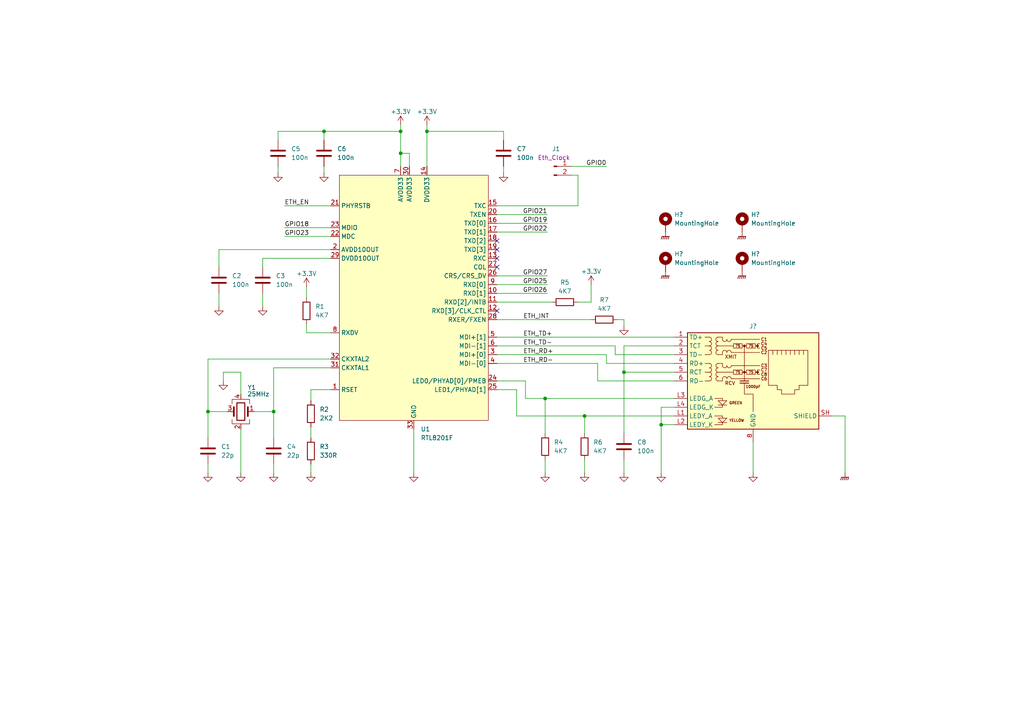
<source format=kicad_sch>
(kicad_sch (version 20211123) (generator eeschema)
  (paper "A4")
  (lib_symbols
    (symbol "Connector:Conn_01x02_Male" (pin_names (offset 1.016) hide)
      (property "Reference" "J" (at 0 2.54 0))
      (property "Value" "Conn_01x02_Male" (at 0 -5.08 0))
      (symbol "Conn_01x02_Male_1_1"
        (polyline (pts (xy 1.27 -2.54) (xy 0.8636 -2.54)) (stroke (width 0.1524)))
        (polyline (pts (xy 1.27 0) (xy 0.8636 0)) (stroke (width 0.1524)))
        (rectangle (start 0.8636 -2.413) (end 0 -2.667) (stroke (width 0.1524)) (fill (type outline)))
        (rectangle (start 0.8636 0.127) (end 0 -0.127) (stroke (width 0.1524)) (fill (type outline)))
        (pin passive line (at 5.08 0 180) (length 3.81) (name "Pin_1") (number "1"))
        (pin passive line (at 5.08 -2.54 180) (length 3.81) (name "Pin_2") (number "2"))
      )
    )
    (symbol "Connector:RJ45_Bel_SI-60062-F"
      (property "Reference" "J" (at 19.05 15.24 0))
      (property "Value" "RJ45_Bel_SI-60062-F" (at -19.05 15.24 0))
      (symbol "RJ45_Bel_SI-60062-F_0_0"
        (circle (center -2.54 2.54) (radius 0.254) (stroke (width 0.254)) (fill (type outline)))
        (circle (center -2.54 10.16) (radius 0.254) (stroke (width 0.254)) (fill (type outline)))
        (polyline (pts (xy -7.62 -12.065) (xy -10.16 -12.065)))
        (polyline (pts (xy -7.62 -6.985) (xy -10.16 -6.985)))
        (polyline (pts (xy -2.54 10.16) (xy -2.54 0)))
        (polyline (pts (xy -1.27 -0.635) (xy -3.81 -0.635)) (stroke (width 0.254)))
        (polyline (pts (xy -1.27 0) (xy -3.81 0)) (stroke (width 0.254)))
        (polyline (pts (xy 1.27 2.54) (xy 0.635 2.54)))
        (polyline (pts (xy 1.27 10.16) (xy 0.635 10.16)))
        (polyline (pts (xy -11.176 -12.7) (xy -8.89 -12.7) (xy -8.89 -12.065)))
        (polyline (pts (xy -11.176 -10.16) (xy -8.89 -10.16) (xy -8.89 -10.795)))
        (polyline (pts (xy -11.176 -5.08) (xy -8.89 -5.08) (xy -8.89 -5.715)))
        (polyline (pts (xy -8.89 -6.985) (xy -8.89 -7.62) (xy -11.176 -7.62)))
        (polyline (pts (xy -10.16 -5.715) (xy -7.62 -5.715) (xy -8.89 -6.985) (xy -10.16 -5.715)))
        (polyline (pts (xy -7.62 -10.795) (xy -10.16 -10.795) (xy -8.89 -12.065) (xy -7.62 -10.795)))
        (polyline (pts (xy -2.54 -0.635) (xy -2.54 -3.81) (xy 0 -3.81) (xy 0 -8.89)))
        (polyline (pts (xy 1.905 3.175) (xy 1.27 3.175) (xy 1.27 1.905) (xy 1.905 1.905)))
        (polyline (pts (xy 1.905 10.795) (xy 1.27 10.795) (xy 1.27 9.525) (xy 1.905 9.525)))
        (circle (center 1.27 2.54) (radius 0.254) (stroke (width 0.254)) (fill (type outline)))
        (circle (center 1.27 10.16) (radius 0.254) (stroke (width 0.254)) (fill (type outline)))
        (text "1000pF" (at 0 -1.651 0) (effects (font (size 0.762 0.762))))
        (text "75" (at -4.445 2.54 0) (effects (font (size 0.762 0.762))))
        (text "75" (at -4.445 10.16 0) (effects (font (size 0.762 0.762))))
        (text "75" (at -0.635 2.54 0) (effects (font (size 0.762 0.762))))
        (text "75" (at -0.635 10.16 0) (effects (font (size 0.762 0.762))))
        (text "C1" (at 3.175 12.065 0) (effects (font (size 0.889 0.889))))
        (text "C2" (at 3.175 8.255 0) (effects (font (size 0.889 0.889))))
        (text "C3" (at 3.175 4.445 0) (effects (font (size 0.889 0.889))))
        (text "C4" (at 3.175 10.795 0) (effects (font (size 0.889 0.889))))
        (text "C5" (at 3.175 9.525 0) (effects (font (size 0.889 0.889))))
        (text "C6" (at 3.175 0.635 0) (effects (font (size 0.889 0.889))))
        (text "C7" (at 3.175 3.175 0) (effects (font (size 0.889 0.889))))
        (text "C8" (at 3.175 1.905 0) (effects (font (size 0.889 0.889))))
        (text "GREEN" (at -6.985 -6.35 0) (effects (font (size 0.762 0.762)) (justify left)))
        (text "RCV" (at -8.255 -0.635 0) (effects (font (size 1.016 1.016)) (justify left)))
        (text "XMIT" (at -8.255 6.985 0) (effects (font (size 1.016 1.016)) (justify left)))
        (text "YELLOW" (at -6.985 -11.43 0) (effects (font (size 0.762 0.762)) (justify left)))
      )
      (symbol "RJ45_Bel_SI-60062-F_0_1"
        (rectangle (start -19.05 -13.97) (end 19.05 13.97) (stroke (width 0.254)) (fill (type background)))
        (arc (start -12.7 0) (mid -12.065 0.635) (end -12.7 1.27))
        (arc (start -12.7 1.27) (mid -12.065 1.905) (end -12.7 2.54))
        (arc (start -12.7 2.54) (mid -12.065 3.175) (end -12.7 3.81))
        (arc (start -12.7 3.81) (mid -12.065 4.445) (end -12.7 5.08))
        (arc (start -12.7 7.62) (mid -12.065 8.255) (end -12.7 8.89))
        (arc (start -12.7 8.89) (mid -12.065 9.525) (end -12.7 10.16))
        (arc (start -12.7 10.16) (mid -12.065 10.795) (end -12.7 11.43))
        (arc (start -12.7 11.43) (mid -12.065 12.065) (end -12.7 12.7))
        (arc (start -10.16 1.27) (mid -10.795 0.635) (end -10.16 0))
        (arc (start -10.16 2.54) (mid -10.795 1.905) (end -10.16 1.27))
        (arc (start -10.16 3.81) (mid -10.795 3.175) (end -10.16 2.54))
        (arc (start -10.16 5.08) (mid -10.795 4.445) (end -10.16 3.81))
        (arc (start -10.16 8.89) (mid -10.795 8.255) (end -10.16 7.62))
        (arc (start -10.16 10.16) (mid -10.795 9.525) (end -10.16 8.89))
        (arc (start -10.16 11.43) (mid -10.795 10.795) (end -10.16 10.16))
        (arc (start -10.16 12.7) (mid -10.795 12.065) (end -10.16 11.43))
        (arc (start -8.89 4.445) (mid -8.255 3.81) (end -7.62 4.445))
        (arc (start -8.89 12.065) (mid -8.255 11.43) (end -7.62 12.065))
        (arc (start -7.62 0.635) (mid -8.255 1.27) (end -8.89 0.635))
        (arc (start -7.62 4.445) (mid -6.985 3.81) (end -6.35 4.445))
        (arc (start -7.62 8.255) (mid -8.255 8.89) (end -8.89 8.255))
        (arc (start -7.62 12.065) (mid -6.985 11.43) (end -6.35 12.065))
        (arc (start -6.35 0.635) (mid -6.985 1.27) (end -7.62 0.635))
        (arc (start -6.35 8.255) (mid -6.985 8.89) (end -7.62 8.255))
        (rectangle (start -5.715 3.175) (end -3.175 1.905))
        (rectangle (start -5.715 10.795) (end -3.175 9.525))
        (rectangle (start -1.905 3.175) (end 0.635 1.905))
        (rectangle (start -1.905 10.795) (end 0.635 9.525))
        (polyline (pts (xy -12.7 0) (xy -13.97 0)))
        (polyline (pts (xy -12.7 2.54) (xy -13.97 2.54)))
        (polyline (pts (xy -12.7 5.08) (xy -13.97 5.08)))
        (polyline (pts (xy -12.7 7.62) (xy -13.97 7.62)))
        (polyline (pts (xy -12.7 10.16) (xy -13.97 10.16)))
        (polyline (pts (xy -12.7 12.7) (xy -13.97 12.7)))
        (polyline (pts (xy -6.35 0.635) (xy 1.905 0.635)))
        (polyline (pts (xy -6.35 4.445) (xy 1.905 4.445)))
        (polyline (pts (xy -6.35 8.255) (xy 1.905 8.255)))
        (polyline (pts (xy -6.35 12.065) (xy 1.905 12.065)))
        (polyline (pts (xy -5.715 2.54) (xy -10.16 2.54)))
        (polyline (pts (xy -5.715 10.16) (xy -10.16 10.16)))
        (polyline (pts (xy -3.175 2.54) (xy -1.905 2.54)))
        (polyline (pts (xy -3.175 10.16) (xy -1.905 10.16)))
        (polyline (pts (xy 5.715 7.62) (xy 5.715 8.89)))
        (polyline (pts (xy 6.985 8.89) (xy 6.985 7.62)))
        (polyline (pts (xy 8.255 8.89) (xy 8.255 7.62)))
        (polyline (pts (xy 9.525 8.89) (xy 9.525 7.62)))
        (polyline (pts (xy 10.795 8.89) (xy 10.795 7.62)))
        (polyline (pts (xy 12.065 8.89) (xy 12.065 7.62)))
        (polyline (pts (xy 13.335 7.62) (xy 13.335 8.89)))
        (polyline (pts (xy 14.605 7.62) (xy 14.605 8.89)))
        (polyline (pts (xy -10.16 5.08) (xy -8.89 5.08) (xy -8.89 4.445)))
        (polyline (pts (xy -10.16 12.7) (xy -8.89 12.7) (xy -8.89 12.065)))
        (polyline (pts (xy -8.89 0.635) (xy -8.89 0) (xy -10.16 0)))
        (polyline (pts (xy -8.89 8.255) (xy -8.89 7.62) (xy -10.16 7.62)))
        (polyline (pts (xy 4.445 8.89) (xy 15.875 8.89) (xy 15.875 -1.27) (xy 13.335 -1.27) (xy 13.335 -2.54) (xy 12.065 -2.54) (xy 12.065 -3.81) (xy 8.255 -3.81) (xy 8.255 -2.54) (xy 6.985 -2.54) (xy 6.985 -1.27) (xy 4.445 -1.27) (xy 4.445 8.89)))
      )
      (symbol "RJ45_Bel_SI-60062-F_1_1"
        (pin passive line (at -22.86 12.7 0) (length 3.81) (name "TD+") (number "1"))
        (pin passive line (at -22.86 10.16 0) (length 3.81) (name "TCT") (number "2"))
        (pin passive line (at -22.86 7.62 0) (length 3.81) (name "TD-") (number "3"))
        (pin passive line (at -22.86 5.08 0) (length 3.81) (name "RD+") (number "4"))
        (pin passive line (at -22.86 2.54 0) (length 3.81) (name "RCT") (number "5"))
        (pin passive line (at -22.86 0 0) (length 3.81) (name "RD-") (number "6"))
        (pin no_connect line (at 5.08 -5.08 0) (length 0) hide (name "NC") (number "7"))
        (pin power_in line (at 0 -17.78 90) (length 3.81) (name "GND") (number "8"))
        (pin passive line (at -22.86 -10.16 0) (length 3.81) (name "LEDY_A") (number "L1"))
        (pin passive line (at -22.86 -12.7 0) (length 3.81) (name "LEDY_K") (number "L2"))
        (pin passive line (at -22.86 -5.08 0) (length 3.81) (name "LEDG_A") (number "L3"))
        (pin passive line (at -22.86 -7.62 0) (length 3.81) (name "LEDG_K") (number "L4"))
        (pin passive line (at 22.86 -10.16 180) (length 3.81) (name "SHIELD") (number "SH"))
      )
    )
    (symbol "Device:C" (pin_numbers hide) (pin_names (offset 0.254))
      (property "Reference" "C" (at 0.635 2.54 0))
      (property "Value" "C" (at 0.635 -2.54 0))
      (symbol "C_0_1"
        (polyline (pts (xy -2.032 -0.762) (xy 2.032 -0.762)) (stroke (width 0.508)))
        (polyline (pts (xy -2.032 0.762) (xy 2.032 0.762)) (stroke (width 0.508)))
      )
      (symbol "C_1_1"
        (pin passive line (at 0 3.81 270) (length 2.794) (name "~") (number "1"))
        (pin passive line (at 0 -3.81 90) (length 2.794) (name "~") (number "2"))
      )
    )
    (symbol "Device:Crystal_GND24" (pin_names (offset 1.016) hide)
      (property "Reference" "Y" (at 3.175 5.08 0))
      (property "Value" "Crystal_GND24" (at 3.175 3.175 0))
      (symbol "Crystal_GND24_0_1"
        (rectangle (start -1.143 2.54) (end 1.143 -2.54) (stroke (width 0.3048)))
        (polyline (pts (xy -2.54 0) (xy -2.032 0)))
        (polyline (pts (xy -2.032 -1.27) (xy -2.032 1.27)) (stroke (width 0.508)))
        (polyline (pts (xy 0 -3.81) (xy 0 -3.556)))
        (polyline (pts (xy 0 3.556) (xy 0 3.81)))
        (polyline (pts (xy 2.032 -1.27) (xy 2.032 1.27)) (stroke (width 0.508)))
        (polyline (pts (xy 2.032 0) (xy 2.54 0)))
        (polyline (pts (xy -2.54 -2.286) (xy -2.54 -3.556) (xy 2.54 -3.556) (xy 2.54 -2.286)))
        (polyline (pts (xy -2.54 2.286) (xy -2.54 3.556) (xy 2.54 3.556) (xy 2.54 2.286)))
      )
      (symbol "Crystal_GND24_1_1"
        (pin passive line (at -3.81 0 0) (length 1.27) (name "1") (number "1"))
        (pin passive line (at 0 5.08 270) (length 1.27) (name "2") (number "2"))
        (pin passive line (at 3.81 0 180) (length 1.27) (name "3") (number "3"))
        (pin passive line (at 0 -5.08 90) (length 1.27) (name "4") (number "4"))
      )
    )
    (symbol "Device:R" (pin_numbers hide) (pin_names (offset 0))
      (property "Reference" "R" (at 2.032 0 90))
      (property "Value" "R" (at 0 0 90))
      (symbol "R_0_1"
        (rectangle (start -1.016 -2.54) (end 1.016 2.54) (stroke (width 0.254)))
      )
      (symbol "R_1_1"
        (pin passive line (at 0 3.81 270) (length 1.27) (name "~") (number "1"))
        (pin passive line (at 0 -3.81 90) (length 1.27) (name "~") (number "2"))
      )
    )
    (symbol "JLCPCB_Parts:RTL8201F"
      (property "Reference" "U?" (at 2.0194 -38.1 0))
      (property "Value" "RTL8201F" (at 2.0194 -40.64 0))
      (symbol "RTL8201F_0_1"
        (rectangle (start -21.59 35.56) (end 21.59 -35.56) (fill (type background)))
      )
      (symbol "RTL8201F_1_1"
        (pin input line (at -24.13 -26.67 0) (length 2.54) (name "RSET") (number "1"))
        (pin bidirectional line (at 24.13 1.27 180) (length 2.54) (name "RXD[1]") (number "10"))
        (pin bidirectional line (at 24.13 -1.27 180) (length 2.54) (name "RXD[2]/INTB") (number "11"))
        (pin bidirectional line (at 24.13 -3.81 180) (length 2.54) (name "RXD[3]/CLK_CTL") (number "12"))
        (pin bidirectional line (at 24.13 11.43 180) (length 2.54) (name "RXC") (number "13"))
        (pin power_in line (at 3.81 38.1 270) (length 2.54) (name "DVDD33") (number "14"))
        (pin bidirectional line (at 24.13 26.67 180) (length 2.54) (name "TXC") (number "15"))
        (pin bidirectional line (at 24.13 21.59 180) (length 2.54) (name "TXD[0]") (number "16"))
        (pin bidirectional line (at 24.13 19.05 180) (length 2.54) (name "TXD[1]") (number "17"))
        (pin bidirectional line (at 24.13 16.51 180) (length 2.54) (name "TXD[2]") (number "18"))
        (pin bidirectional line (at 24.13 13.97 180) (length 2.54) (name "TXD[3]") (number "19"))
        (pin output line (at -24.13 13.97 0) (length 2.54) (name "AVDD10OUT") (number "2"))
        (pin bidirectional line (at 24.13 24.13 180) (length 2.54) (name "TXEN") (number "20"))
        (pin bidirectional line (at -24.13 26.67 0) (length 2.54) (name "PHYRSTB") (number "21"))
        (pin bidirectional line (at -24.13 17.78 0) (length 2.54) (name "MDC") (number "22"))
        (pin bidirectional line (at -24.13 20.32 0) (length 2.54) (name "MDIO") (number "23"))
        (pin bidirectional line (at 24.13 -24.13 180) (length 2.54) (name "LED0/PHYAD[0]/PMEB") (number "24"))
        (pin bidirectional line (at 24.13 -26.67 180) (length 2.54) (name "LED1/PHYAD[1]") (number "25"))
        (pin bidirectional line (at 24.13 6.35 180) (length 2.54) (name "CRS/CRS_DV") (number "26"))
        (pin bidirectional line (at 24.13 8.89 180) (length 2.54) (name "COL") (number "27"))
        (pin bidirectional line (at 24.13 -6.35 180) (length 2.54) (name "RXER/FXEN") (number "28"))
        (pin output line (at -24.13 11.43 0) (length 2.54) (name "DVDD10OUT") (number "29"))
        (pin input line (at 24.13 -16.51 180) (length 2.54) (name "MDI+[0]") (number "3"))
        (pin power_in line (at -1.27 38.1 270) (length 2.54) (name "AVDD33") (number "30"))
        (pin input line (at -24.13 -20.32 0) (length 2.54) (name "CKXTAL1") (number "31"))
        (pin input line (at -24.13 -17.78 0) (length 2.54) (name "CKXTAL2") (number "32"))
        (pin power_in line (at 0 -38.1 90) (length 2.54) (name "GND") (number "33"))
        (pin input line (at 24.13 -19.05 180) (length 2.54) (name "MDI-[0]") (number "4"))
        (pin input line (at 24.13 -11.43 180) (length 2.54) (name "MDI+[1]") (number "5"))
        (pin input line (at 24.13 -13.97 180) (length 2.54) (name "MDI-[1]") (number "6"))
        (pin power_in line (at -3.81 38.1 270) (length 2.54) (name "AVDD33") (number "7"))
        (pin bidirectional line (at -24.13 -10.16 0) (length 2.54) (name "RXDV") (number "8"))
        (pin bidirectional line (at 24.13 3.81 180) (length 2.54) (name "RXD[0]") (number "9"))
      )
    )
    (symbol "Mechanical:MountingHole_Pad" (pin_numbers hide) (pin_names (offset 1.016) hide)
      (property "Reference" "H" (at 0 6.35 0))
      (property "Value" "MountingHole_Pad" (at 0 4.445 0))
      (symbol "MountingHole_Pad_0_1"
        (circle (center 0 1.27) (radius 1.27) (stroke (width 1.27)))
      )
      (symbol "MountingHole_Pad_1_1"
        (pin input line (at 0 -2.54 90) (length 2.54) (name "1") (number "1"))
      )
    )
    (symbol "power:+3.3V" (power) (pin_names (offset 0))
      (property "Value" "+3.3V" (at 0 3.556 0))
      (symbol "+3.3V_0_1"
        (polyline (pts (xy -0.762 1.27) (xy 0 2.54)))
        (polyline (pts (xy 0 0) (xy 0 2.54)))
        (polyline (pts (xy 0 2.54) (xy 0.762 1.27)))
      )
      (symbol "+3.3V_1_1"
        (pin power_in line (at 0 0 90) (length 0) hide (name "+3.3V") (number "1"))
      )
    )
    (symbol "power:GND" (power) (pin_names (offset 0))
      (property "Value" "GND" (at 0 -3.81 0))
      (symbol "GND_0_1"
        (polyline (pts (xy 0 0) (xy 0 -1.27) (xy 1.27 -1.27) (xy 0 -2.54) (xy -1.27 -1.27) (xy 0 -1.27)))
      )
      (symbol "GND_1_1"
        (pin power_in line (at 0 0 270) (length 0) hide (name "GND") (number "1"))
      )
    )
    (symbol "power:GNDPWR" (power) (pin_names (offset 0))
      (property "Value" "GNDPWR" (at 0 -3.302 0))
      (symbol "GNDPWR_0_1"
        (polyline (pts (xy 0 -1.27) (xy 0 0)))
        (polyline (pts (xy -1.016 -1.27) (xy -1.27 -2.032) (xy -1.27 -2.032)) (stroke (width 0.2032)))
        (polyline (pts (xy -0.508 -1.27) (xy -0.762 -2.032) (xy -0.762 -2.032)) (stroke (width 0.2032)))
        (polyline (pts (xy 0 -1.27) (xy -0.254 -2.032) (xy -0.254 -2.032)) (stroke (width 0.2032)))
        (polyline (pts (xy 0.508 -1.27) (xy 0.254 -2.032) (xy 0.254 -2.032)) (stroke (width 0.2032)))
        (polyline (pts (xy 1.016 -1.27) (xy -1.016 -1.27) (xy -1.016 -1.27)) (stroke (width 0.2032)))
        (polyline (pts (xy 1.016 -1.27) (xy 0.762 -2.032) (xy 0.762 -2.032) (xy 0.762 -2.032)) (stroke (width 0.2032)))
      )
      (symbol "GNDPWR_1_1"
        (pin power_in line (at 0 0 270) (length 0) hide (name "GNDPWR") (number "1"))
      )
    )
  )
  (junction (at 79.375 119.38))
  (junction (at 93.98 38.1))
  (junction (at 123.825 38.1))
  (junction (at 158.115 115.57))
  (junction (at 116.205 44.45))
  (junction (at 60.325 119.38))
  (junction (at 169.545 120.65))
  (junction (at 180.975 107.95))
  (junction (at 116.205 38.1))
  (junction (at 191.77 123.19))
  (no_connect (at 144.145 69.85))
  (no_connect (at 144.145 72.39))
  (no_connect (at 144.145 74.93))
  (no_connect (at 144.145 77.47))
  (no_connect (at 144.145 90.17))
  (wire (pts (xy 144.145 92.71) (xy 171.45 92.71)))
  (wire (pts (xy 88.9 96.52) (xy 95.885 96.52)))
  (wire (pts (xy 79.375 134.62) (xy 79.375 137.16)))
  (wire (pts (xy 180.975 100.33) (xy 180.975 107.95)))
  (wire (pts (xy 180.975 100.33) (xy 195.58 100.33)))
  (wire (pts (xy 158.115 115.57) (xy 158.115 125.73)))
  (wire (pts (xy 152.4 115.57) (xy 158.115 115.57)))
  (wire (pts (xy 165.735 48.26) (xy 175.895 48.26)))
  (wire (pts (xy 144.145 97.79) (xy 195.58 97.79)))
  (wire (pts (xy 218.44 128.27) (xy 218.44 137.16)))
  (wire (pts (xy 66.04 119.38) (xy 60.325 119.38)))
  (wire (pts (xy 116.205 44.45) (xy 116.205 48.26)))
  (wire (pts (xy 82.55 59.69) (xy 95.885 59.69)))
  (wire (pts (xy 80.645 40.64) (xy 80.645 38.1)))
  (wire (pts (xy 144.145 110.49) (xy 152.4 110.49)))
  (wire (pts (xy 169.545 120.65) (xy 195.58 120.65)))
  (wire (pts (xy 178.435 102.87) (xy 195.58 102.87)))
  (wire (pts (xy 144.145 113.03) (xy 149.86 113.03)))
  (wire (pts (xy 144.145 62.23) (xy 158.75 62.23)))
  (wire (pts (xy 88.9 83.185) (xy 88.9 86.36)))
  (wire (pts (xy 149.86 113.03) (xy 149.86 120.65)))
  (wire (pts (xy 245.11 120.65) (xy 245.11 137.16)))
  (wire (pts (xy 180.975 107.95) (xy 195.58 107.95)))
  (wire (pts (xy 195.58 118.11) (xy 191.77 118.11)))
  (wire (pts (xy 60.325 104.14) (xy 60.325 119.38)))
  (wire (pts (xy 144.145 100.33) (xy 178.435 100.33)))
  (wire (pts (xy 169.545 133.35) (xy 169.545 137.16)))
  (wire (pts (xy 149.86 120.65) (xy 169.545 120.65)))
  (wire (pts (xy 144.145 87.63) (xy 160.02 87.63)))
  (wire (pts (xy 79.375 106.68) (xy 79.375 119.38)))
  (wire (pts (xy 191.77 123.19) (xy 191.77 137.16)))
  (wire (pts (xy 80.645 48.26) (xy 80.645 50.165)))
  (wire (pts (xy 76.2 85.09) (xy 76.2 88.9)))
  (wire (pts (xy 144.145 80.01) (xy 158.75 80.01)))
  (wire (pts (xy 79.375 119.38) (xy 79.375 127)))
  (wire (pts (xy 146.05 38.1) (xy 146.05 40.64)))
  (wire (pts (xy 69.85 114.3) (xy 69.85 107.95)))
  (wire (pts (xy 123.825 36.195) (xy 123.825 38.1)))
  (wire (pts (xy 95.885 104.14) (xy 60.325 104.14)))
  (wire (pts (xy 73.66 119.38) (xy 79.375 119.38)))
  (wire (pts (xy 152.4 110.49) (xy 152.4 115.57)))
  (wire (pts (xy 173.355 110.49) (xy 195.58 110.49)))
  (wire (pts (xy 69.85 107.95) (xy 64.77 107.95)))
  (wire (pts (xy 88.9 93.98) (xy 88.9 96.52)))
  (wire (pts (xy 63.5 72.39) (xy 95.885 72.39)))
  (wire (pts (xy 64.77 107.95) (xy 64.77 110.49)))
  (wire (pts (xy 93.98 38.1) (xy 116.205 38.1)))
  (wire (pts (xy 93.98 48.26) (xy 93.98 50.165)))
  (wire (pts (xy 167.64 59.69) (xy 167.64 50.8)))
  (wire (pts (xy 63.5 85.09) (xy 63.5 88.9)))
  (wire (pts (xy 144.145 64.77) (xy 158.75 64.77)))
  (wire (pts (xy 180.975 125.73) (xy 180.975 107.95)))
  (wire (pts (xy 144.145 102.87) (xy 175.895 102.87)))
  (wire (pts (xy 116.205 38.1) (xy 116.205 44.45)))
  (wire (pts (xy 167.64 87.63) (xy 171.45 87.63)))
  (wire (pts (xy 63.5 77.47) (xy 63.5 72.39)))
  (wire (pts (xy 191.77 118.11) (xy 191.77 123.19)))
  (wire (pts (xy 93.98 38.1) (xy 93.98 40.64)))
  (wire (pts (xy 116.205 44.45) (xy 118.745 44.45)))
  (wire (pts (xy 118.745 44.45) (xy 118.745 48.26)))
  (wire (pts (xy 175.895 105.41) (xy 195.58 105.41)))
  (wire (pts (xy 90.17 113.03) (xy 90.17 116.205)))
  (wire (pts (xy 178.435 100.33) (xy 178.435 102.87)))
  (wire (pts (xy 69.85 124.46) (xy 69.85 137.16)))
  (wire (pts (xy 90.17 134.62) (xy 90.17 137.16)))
  (wire (pts (xy 80.645 38.1) (xy 93.98 38.1)))
  (wire (pts (xy 180.975 94.615) (xy 180.975 92.71)))
  (wire (pts (xy 123.825 38.1) (xy 146.05 38.1)))
  (wire (pts (xy 171.45 82.55) (xy 171.45 87.63)))
  (wire (pts (xy 116.205 36.195) (xy 116.205 38.1)))
  (wire (pts (xy 95.885 74.93) (xy 76.2 74.93)))
  (wire (pts (xy 144.145 105.41) (xy 173.355 105.41)))
  (wire (pts (xy 60.325 119.38) (xy 60.325 127)))
  (wire (pts (xy 169.545 120.65) (xy 169.545 125.73)))
  (wire (pts (xy 241.3 120.65) (xy 245.11 120.65)))
  (wire (pts (xy 146.05 48.26) (xy 146.05 50.165)))
  (wire (pts (xy 180.975 133.35) (xy 180.975 137.16)))
  (wire (pts (xy 95.885 113.03) (xy 90.17 113.03)))
  (wire (pts (xy 76.2 74.93) (xy 76.2 77.47)))
  (wire (pts (xy 175.895 102.87) (xy 175.895 105.41)))
  (wire (pts (xy 158.115 133.35) (xy 158.115 137.16)))
  (wire (pts (xy 144.145 59.69) (xy 167.64 59.69)))
  (wire (pts (xy 167.64 50.8) (xy 165.735 50.8)))
  (wire (pts (xy 173.355 105.41) (xy 173.355 110.49)))
  (wire (pts (xy 180.975 92.71) (xy 179.07 92.71)))
  (wire (pts (xy 60.325 134.62) (xy 60.325 137.16)))
  (wire (pts (xy 144.145 85.09) (xy 158.75 85.09)))
  (wire (pts (xy 158.115 115.57) (xy 195.58 115.57)))
  (wire (pts (xy 144.145 82.55) (xy 158.75 82.55)))
  (wire (pts (xy 195.58 123.19) (xy 191.77 123.19)))
  (wire (pts (xy 144.145 67.31) (xy 158.75 67.31)))
  (wire (pts (xy 123.825 38.1) (xy 123.825 48.26)))
  (wire (pts (xy 82.55 66.04) (xy 95.885 66.04)))
  (wire (pts (xy 120.015 124.46) (xy 120.015 137.16)))
  (wire (pts (xy 82.55 68.58) (xy 95.885 68.58)))
  (wire (pts (xy 90.17 123.825) (xy 90.17 127)))
  (wire (pts (xy 95.885 106.68) (xy 79.375 106.68)))
  (label "ETH_TD+" (at 151.765 97.79 0))
  (label "GPIO25" (at 158.75 82.55 180))
  (label "ETH_RD+" (at 151.765 102.87 0))
  (label "ETH_EN" (at 82.55 59.69 0))
  (label "GPIO18" (at 82.55 66.04 0))
  (label "GPIO0" (at 175.895 48.26 180))
  (label "GPIO21" (at 158.75 62.23 180))
  (label "GPIO26" (at 158.75 85.09 180))
  (label "ETH_RD-" (at 151.765 105.41 0))
  (label "ETH_TD-" (at 151.765 100.33 0))
  (label "GPIO23" (at 82.55 68.58 0))
  (label "ETH_INT" (at 151.765 92.71 0))
  (label "GPIO22" (at 158.75 67.31 180))
  (label "GPIO27" (at 158.75 80.01 180))
  (label "GPIO19" (at 158.75 64.77 180))
  (symbol (lib_id "Device:R") (at 175.26 92.71 90) (unit 1)
    (property "Reference" "R7" (at 175.26 86.995 90))
    (property "Value" "4K7" (at 175.26 89.535 90))
  )
  (symbol (lib_id "power:+3.3V") (at 123.825 36.195 0) (unit 1)
    (property "Reference" "#PWR013" (effects hide))
    (property "Value" "+3.3V" (at 123.825 32.385 0))
  )
  (symbol (lib_id "power:GND") (at 218.44 137.16 0) (unit 1)
    (property "Reference" "#PWR?" (effects hide))
    (property "Value" "GND" (effects hide))
  )
  (symbol (lib_id "power:GND") (at 79.375 137.16 0) (unit 1)
    (property "Reference" "#PWR?" (effects hide))
    (property "Value" "GND" (effects hide))
  )
  (symbol (lib_id "Device:C") (at 76.2 81.28 0) (unit 1)
    (property "Reference" "C3" (at 80.01 80.0099 0) (effects (justify left)))
    (property "Value" "100n" (at 80.01 82.5499 0) (effects (justify left)))
  )
  (symbol (lib_id "Mechanical:MountingHole_Pad") (at 193.04 64.77 0) (unit 1)
    (property "Reference" "H?" (at 195.58 62.2299 0) (effects (justify left)))
    (property "Value" "MountingHole" (at 195.58 64.7699 0) (effects (justify left)))
  )
  (symbol (lib_id "power:GND") (at 93.98 50.165 0) (unit 1)
    (property "Reference" "#PWR?" (effects hide))
    (property "Value" "GND" (effects hide))
  )
  (symbol (lib_id "Device:R") (at 169.545 129.54 0) (unit 1)
    (property "Reference" "R6" (at 172.085 128.2699 0) (effects (justify left)))
    (property "Value" "4K7" (at 172.085 130.8099 0) (effects (justify left)))
  )
  (symbol (lib_id "Device:C") (at 63.5 81.28 0) (unit 1)
    (property "Reference" "C2" (at 67.31 80.0099 0) (effects (justify left)))
    (property "Value" "100n" (at 67.31 82.5499 0) (effects (justify left)))
  )
  (symbol (lib_id "Device:R") (at 88.9 90.17 0) (unit 1)
    (property "Reference" "R1" (at 91.44 88.8999 0) (effects (justify left)))
    (property "Value" "4K7" (at 91.44 91.4399 0) (effects (justify left)))
  )
  (symbol (lib_id "Device:C") (at 146.05 44.45 0) (unit 1)
    (property "Reference" "C7" (at 149.86 43.1799 0) (effects (justify left)))
    (property "Value" "100n" (at 149.86 45.7199 0) (effects (justify left)))
  )
  (symbol (lib_id "Mechanical:MountingHole_Pad") (at 193.04 76.2 0) (unit 1)
    (property "Reference" "H?" (at 195.58 73.6599 0) (effects (justify left)))
    (property "Value" "MountingHole" (at 195.58 76.1999 0) (effects (justify left)))
  )
  (symbol (lib_id "power:GNDPWR") (at 245.11 137.16 0) (unit 1)
    (property "Reference" "#PWR?" (effects hide))
    (property "Value" "GNDPWR" (effects hide))
  )
  (symbol (lib_id "power:GND") (at 80.645 50.165 0) (unit 1)
    (property "Reference" "#PWR?" (effects hide))
    (property "Value" "GND" (effects hide))
  )
  (symbol (lib_id "Connector:Conn_01x02_Male") (at 160.655 48.26 0) (unit 1)
    (property "Reference" "J1" (at 161.29 43.18 0))
    (property "Value" "Conn_01x02_Male" (effects hide))
    (property "Label" "Eth_Clock" (at 160.655 45.72 0))
  )
  (symbol (lib_id "power:GND") (at 120.015 137.16 0) (unit 1)
    (property "Reference" "#PWR?" (effects hide))
    (property "Value" "GND" (effects hide))
  )
  (symbol (lib_id "power:GND") (at 76.2 88.9 0) (unit 1)
    (property "Reference" "#PWR?" (effects hide))
    (property "Value" "GND" (effects hide))
  )
  (symbol (lib_id "power:GND") (at 191.77 137.16 0) (unit 1)
    (property "Reference" "#PWR?" (effects hide))
    (property "Value" "GND" (effects hide))
  )
  (symbol (lib_id "Device:R") (at 163.83 87.63 90) (unit 1)
    (property "Reference" "R5" (at 163.83 81.915 90))
    (property "Value" "4K7" (at 163.83 84.455 90))
  )
  (symbol (lib_id "power:GND") (at 63.5 88.9 0) (unit 1)
    (property "Reference" "#PWR?" (effects hide))
    (property "Value" "GND" (effects hide))
  )
  (symbol (lib_id "power:GND") (at 146.05 50.165 0) (unit 1)
    (property "Reference" "#PWR?" (effects hide))
    (property "Value" "GND" (effects hide))
  )
  (symbol (lib_id "power:GNDPWR") (at 215.265 67.31 0) (unit 1)
    (property "Reference" "#PWR?" (effects hide))
    (property "Value" "GNDPWR" (effects hide))
  )
  (symbol (lib_id "Device:R") (at 90.17 130.81 0) (unit 1)
    (property "Reference" "R3" (at 92.71 129.5399 0) (effects (justify left)))
    (property "Value" "330R" (at 92.71 132.0799 0) (effects (justify left)))
  )
  (symbol (lib_id "power:GND") (at 169.545 137.16 0) (unit 1)
    (property "Reference" "#PWR?" (effects hide))
    (property "Value" "GND" (effects hide))
  )
  (symbol (lib_id "power:GND") (at 180.975 137.16 0) (unit 1)
    (property "Reference" "#PWR?" (effects hide))
    (property "Value" "GND" (effects hide))
  )
  (symbol (lib_id "power:+3.3V") (at 88.9 83.185 0) (unit 1)
    (property "Reference" "#PWR08" (effects hide))
    (property "Value" "+3.3V" (at 88.9 79.375 0))
  )
  (symbol (lib_id "power:GND") (at 180.975 94.615 0) (unit 1)
    (property "Reference" "#PWR?" (effects hide))
    (property "Value" "GND" (effects hide))
  )
  (symbol (lib_id "power:GND") (at 64.77 110.49 0) (unit 1)
    (property "Reference" "#PWR?" (effects hide))
    (property "Value" "GND" (effects hide))
  )
  (symbol (lib_id "Connector:RJ45_Bel_SI-60062-F") (at 218.44 110.49 0) (unit 1)
    (property "Reference" "J?" (at 218.44 94.615 0))
    (property "Value" "RJ45_Bel_SI-60062-F" (effects hide))
    (property "Footprint" "Connector_RJ:RJ45_Bel_SI-60062-F" (effects hide))
    (property "Datasheet" "https://belfuse.com/resources/drawings/magneticsolutions/dr-mag-si-60062-f.pdf" (effects hide))
  )
  (symbol (lib_id "Device:Crystal_GND24") (at 69.85 119.38 180) (unit 1)
    (property "Reference" "Y1" (at 73.025 112.395 0))
    (property "Value" "25MHz" (at 74.93 114.3 0))
  )
  (symbol (lib_id "power:GNDPWR") (at 193.04 67.31 0) (unit 1)
    (property "Reference" "#PWR?" (effects hide))
    (property "Value" "GNDPWR" (effects hide))
  )
  (symbol (lib_id "power:GND") (at 90.17 137.16 0) (unit 1)
    (property "Reference" "#PWR?" (effects hide))
    (property "Value" "GND" (effects hide))
  )
  (symbol (lib_id "JLCPCB_Parts:RTL8201F") (at 120.015 86.36 0) (unit 1)
    (property "Reference" "U1" (at 122.0344 124.46 0) (effects (justify left)))
    (property "Value" "RTL8201F" (at 122.0344 127 0) (effects (justify left)))
    (property "Footprint" "Package_DFN_QFN:QFN-32-1EP_5x5mm_P0.5mm_EP3.45x3.45mm_ThermalVias" (effects hide))
  )
  (symbol (lib_id "Mechanical:MountingHole_Pad") (at 215.265 76.2 0) (unit 1)
    (property "Reference" "H?" (at 217.805 73.6599 0) (effects (justify left)))
    (property "Value" "MountingHole" (at 217.805 76.1999 0) (effects (justify left)))
  )
  (symbol (lib_id "Device:C") (at 79.375 130.81 0) (unit 1)
    (property "Reference" "C4" (at 83.185 129.5399 0) (effects (justify left)))
    (property "Value" "22p" (at 83.185 132.0799 0) (effects (justify left)))
  )
  (symbol (lib_id "Device:C") (at 80.645 44.45 0) (unit 1)
    (property "Reference" "C5" (at 84.455 43.1799 0) (effects (justify left)))
    (property "Value" "100n" (at 84.455 45.7199 0) (effects (justify left)))
  )
  (symbol (lib_id "power:GNDPWR") (at 215.265 78.74 0) (unit 1)
    (property "Reference" "#PWR?" (effects hide))
    (property "Value" "GNDPWR" (effects hide))
  )
  (symbol (lib_id "Device:C") (at 60.325 130.81 0) (unit 1)
    (property "Reference" "C1" (at 64.135 129.5399 0) (effects (justify left)))
    (property "Value" "22p" (at 64.135 132.0799 0) (effects (justify left)))
  )
  (symbol (lib_id "power:+3.3V") (at 116.205 36.195 0) (unit 1)
    (property "Reference" "#PWR011" (effects hide))
    (property "Value" "+3.3V" (at 116.205 32.385 0))
  )
  (symbol (lib_id "power:GNDPWR") (at 193.04 78.74 0) (unit 1)
    (property "Reference" "#PWR?" (effects hide))
    (property "Value" "GNDPWR" (effects hide))
  )
  (symbol (lib_id "power:+3.3V") (at 171.45 82.55 0) (unit 1)
    (property "Reference" "#PWR017" (effects hide))
    (property "Value" "+3.3V" (at 171.45 78.74 0))
  )
  (symbol (lib_id "power:GND") (at 60.325 137.16 0) (unit 1)
    (property "Reference" "#PWR?" (effects hide))
    (property "Value" "GND" (effects hide))
  )
  (symbol (lib_id "Device:C") (at 180.975 129.54 0) (unit 1)
    (property "Reference" "C8" (at 184.785 128.2699 0) (effects (justify left)))
    (property "Value" "100n" (at 184.785 130.8099 0) (effects (justify left)))
  )
  (symbol (lib_id "Mechanical:MountingHole_Pad") (at 215.265 64.77 0) (unit 1)
    (property "Reference" "H?" (at 217.805 62.2299 0) (effects (justify left)))
    (property "Value" "MountingHole" (at 217.805 64.7699 0) (effects (justify left)))
  )
  (symbol (lib_id "power:GND") (at 69.85 137.16 0) (unit 1)
    (property "Reference" "#PWR?" (effects hide))
    (property "Value" "GND" (effects hide))
  )
  (symbol (lib_id "Device:C") (at 93.98 44.45 0) (unit 1)
    (property "Reference" "C6" (at 97.79 43.1799 0) (effects (justify left)))
    (property "Value" "100n" (at 97.79 45.7199 0) (effects (justify left)))
  )
  (symbol (lib_id "Device:R") (at 158.115 129.54 0) (unit 1)
    (property "Reference" "R4" (at 160.655 128.2699 0) (effects (justify left)))
    (property "Value" "4K7" (at 160.655 130.8099 0) (effects (justify left)))
  )
  (symbol (lib_id "Device:R") (at 90.17 120.015 0) (unit 1)
    (property "Reference" "R2" (at 92.71 118.7449 0) (effects (justify left)))
    (property "Value" "2K2" (at 92.71 121.2849 0) (effects (justify left)))
  )
  (symbol (lib_id "power:GND") (at 158.115 137.16 0) (unit 1)
    (property "Reference" "#PWR?" (effects hide))
    (property "Value" "GND" (effects hide))
  )
)
</source>
